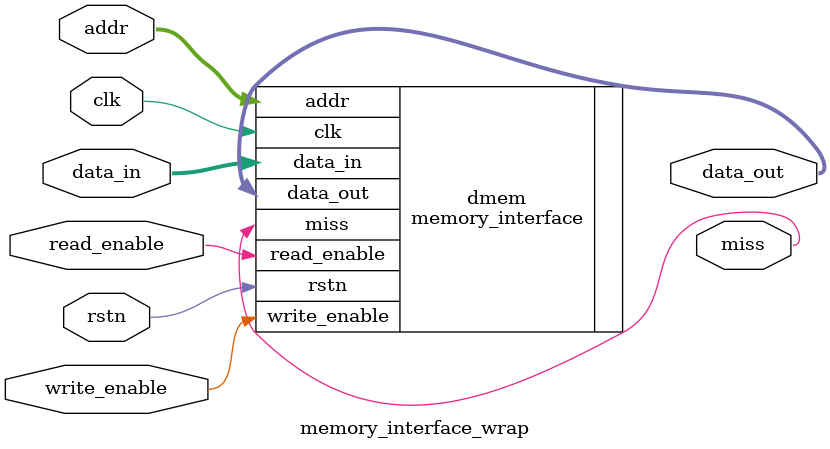
<source format=v>
`default_nettype none
`timescale 1ns / 1ps

module memory_interface_wrap
   (input wire clk,
    input wire rstn,
    input wire [31:0] addr,
    input wire [31:0] data_in,
    input wire write_enable,
    input wire read_enable,
    output wire [31:0] data_out,
    output wire miss
   );

   memory_interface dmem(.clk(clk),
                         .rstn(rstn),
                         .addr(addr),
                         .data_in(data_in),
                         .write_enable(write_enable),
                         .read_enable(read_enable),
                         .data_out(data_out),
                         .miss(miss));

endmodule
`default_nettype wire

</source>
